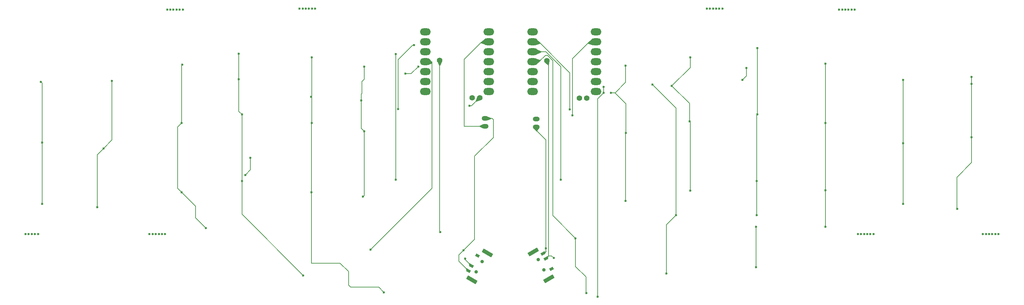
<source format=gbr>
%TF.GenerationSoftware,KiCad,Pcbnew,8.0.7*%
%TF.CreationDate,2025-01-03T21:23:36+01:00*%
%TF.ProjectId,_autosave-corne-xiao,5f617574-6f73-4617-9665-2d636f726e65,1.1*%
%TF.SameCoordinates,Original*%
%TF.FileFunction,Copper,L2,Bot*%
%TF.FilePolarity,Positive*%
%FSLAX46Y46*%
G04 Gerber Fmt 4.6, Leading zero omitted, Abs format (unit mm)*
G04 Created by KiCad (PCBNEW 8.0.7) date 2025-01-03 21:23:36*
%MOMM*%
%LPD*%
G01*
G04 APERTURE LIST*
G04 Aperture macros list*
%AMRotRect*
0 Rectangle, with rotation*
0 The origin of the aperture is its center*
0 $1 length*
0 $2 width*
0 $3 Rotation angle, in degrees counterclockwise*
0 Add horizontal line*
21,1,$1,$2,0,0,$3*%
G04 Aperture macros list end*
%TA.AperFunction,ComponentPad*%
%ADD10O,2.750000X1.800000*%
%TD*%
%TA.AperFunction,ComponentPad*%
%ADD11C,1.397000*%
%TD*%
%TA.AperFunction,WasherPad*%
%ADD12C,0.900000*%
%TD*%
%TA.AperFunction,SMDPad,CuDef*%
%ADD13RotRect,0.700000X1.000000X60.000000*%
%TD*%
%TA.AperFunction,SMDPad,CuDef*%
%ADD14RotRect,2.800000X1.000000X150.000000*%
%TD*%
%TA.AperFunction,ComponentPad*%
%ADD15O,1.750000X1.200000*%
%TD*%
%TA.AperFunction,SMDPad,CuDef*%
%ADD16RotRect,0.700000X1.000000X300.000000*%
%TD*%
%TA.AperFunction,SMDPad,CuDef*%
%ADD17RotRect,2.800000X1.000000X30.000000*%
%TD*%
%TA.AperFunction,ViaPad*%
%ADD18C,0.600000*%
%TD*%
%TA.AperFunction,Conductor*%
%ADD19C,0.200000*%
%TD*%
G04 APERTURE END LIST*
D10*
%TO.P,U1,1,A2/0.02_H*%
%TO.N,ROW0_L*%
X-38875200Y63723100D03*
%TO.P,U1,2,A4/0.03_H*%
%TO.N,ROW1_L*%
X-38875200Y61183100D03*
%TO.P,U1,3,A10/0.28*%
%TO.N,ROW2_L*%
X-38875200Y58643100D03*
%TO.P,U1,4,A11/0.29*%
%TO.N,ROW3_L*%
X-38875200Y56103100D03*
%TO.P,U1,5,A8_SDA/0.04_H*%
%TO.N,SDA_L*%
X-38875200Y53563100D03*
%TO.P,U1,6,A9_SCL/0.05_H*%
%TO.N,SCL_L*%
X-38875200Y51023100D03*
%TO.P,U1,7,B8_TX/1.11*%
%TO.N,COL0_L*%
X-38875200Y48483100D03*
%TO.P,U1,8,B9_RX/1.12*%
%TO.N,COL4_L*%
X-22685200Y48483100D03*
%TO.P,U1,9,A7_SCK/1.13*%
%TO.N,COL3_L*%
X-22685200Y51023100D03*
%TO.P,U1,10,A5_MISO/1.14*%
%TO.N,COL2_L*%
X-22685200Y53563100D03*
%TO.P,U1,11,A6_MOSI/1.15*%
%TO.N,COL1_L*%
X-22685200Y56103100D03*
%TO.P,U1,12,3V3*%
%TO.N,VCC*%
X-22685200Y58643100D03*
%TO.P,U1,13,GND*%
%TO.N,GND*%
X-22685200Y61183100D03*
%TO.P,U1,14,5V*%
%TO.N,unconnected-(U1-5V-Pad14)*%
X-22685200Y63723100D03*
D11*
%TO.P,U1,15,BAT*%
%TO.N,BAT+_L*%
X-35225200Y56420100D03*
%TO.P,U1,16,NFC1/0.09_H*%
%TO.N,CS_L*%
X-26919400Y46857500D03*
%TO.P,U1,17,NFC2/0.10_H*%
%TO.N,COL5_L*%
X-25014400Y46857500D03*
%TD*%
D10*
%TO.P,U2,1,A2/0.02_H*%
%TO.N,ROW0_R*%
X-11580200Y63643100D03*
%TO.P,U2,2,A4/0.03_H*%
%TO.N,ROW1_R*%
X-11580200Y61103100D03*
%TO.P,U2,3,A10/0.28*%
%TO.N,ROW2_R*%
X-11580200Y58563100D03*
%TO.P,U2,4,A11/0.29*%
%TO.N,ROW3_R*%
X-11580200Y56023100D03*
%TO.P,U2,5,A8_SDA/0.04_H*%
%TO.N,SDA_R*%
X-11580200Y53483100D03*
%TO.P,U2,6,A9_SCL/0.05_H*%
%TO.N,SCL_R*%
X-11580200Y50943100D03*
%TO.P,U2,7,B8_TX/1.11*%
%TO.N,COL0_R*%
X-11580200Y48403100D03*
%TO.P,U2,8,B9_RX/1.12*%
%TO.N,COL4_R*%
X4609800Y48403100D03*
%TO.P,U2,9,A7_SCK/1.13*%
%TO.N,COL3_R*%
X4609800Y50943100D03*
%TO.P,U2,10,A5_MISO/1.14*%
%TO.N,COL2_R*%
X4609800Y53483100D03*
%TO.P,U2,11,A6_MOSI/1.15*%
%TO.N,COL1_R*%
X4609800Y56023100D03*
%TO.P,U2,12,3V3*%
%TO.N,VCCQ*%
X4609800Y58563100D03*
%TO.P,U2,13,GND*%
%TO.N,GND1*%
X4609800Y61103100D03*
%TO.P,U2,14,5V*%
%TO.N,unconnected-(U2-5V-Pad14)*%
X4609800Y63643100D03*
D11*
%TO.P,U2,15,BAT*%
%TO.N,BAT+_R*%
X-7930200Y56340100D03*
%TO.P,U2,16,NFC1/0.09_H*%
%TO.N,CS_R*%
X375600Y46777500D03*
%TO.P,U2,17,NFC2/0.10_H*%
%TO.N,COL5_R*%
X2280600Y46777500D03*
%TD*%
D12*
%TO.P,PSW1,*%
%TO.N,*%
X-24408634Y4971633D03*
X-25951936Y2398557D03*
D13*
%TO.P,PSW1,1,A*%
%TO.N,unconnected-(PSW1-A-Pad1)*%
X-25635781Y6546152D03*
%TO.P,PSW1,2,B*%
%TO.N,BAT+_L*%
X-27135781Y3948076D03*
%TO.P,PSW1,3,C*%
%TO.N,VBAT_L*%
X-27885781Y2649038D03*
D14*
%TO.P,PSW1,NC*%
%TO.N,N/C*%
X-27040333Y313397D03*
X-23065333Y7198299D03*
%TD*%
D15*
%TO.P,B2,1,Pin_1*%
%TO.N,VBAT_R*%
X-10604500Y39410000D03*
%TO.P,B2,2,Pin_2*%
%TO.N,GND1*%
X-10604500Y41410000D03*
%TD*%
%TO.P,B1,1,Pin_1*%
%TO.N,VBAT_L*%
X-23614500Y41550000D03*
%TO.P,B1,2,Pin_2*%
%TO.N,GND*%
X-23614500Y39550000D03*
%TD*%
D12*
%TO.P,PSW2,*%
%TO.N,*%
X-8670366Y2878367D03*
X-10127064Y5501443D03*
D16*
%TO.P,PSW2,1,A*%
%TO.N,unconnected-(PSW2-A-Pad1)*%
X-6693219Y3153848D03*
%TO.P,PSW2,2,B*%
%TO.N,BAT+_R*%
X-8193219Y5751924D03*
%TO.P,PSW2,3,C*%
%TO.N,VBAT_R*%
X-8943219Y7050962D03*
D17*
%TO.P,PSW2,NC*%
%TO.N,N/C*%
X-11388667Y7486603D03*
X-7413667Y601701D03*
%TD*%
D18*
%TO.N,*%
X70604250Y69384375D03*
X32885500Y69650000D03*
X-66989500Y69650000D03*
X-104708250Y69384375D03*
X-140833250Y12009375D03*
X-140036375Y12009375D03*
X-139239500Y12009375D03*
X-138442625Y12009375D03*
X-137645750Y12009375D03*
X-109223875Y12009375D03*
X-108427000Y12009375D03*
X-107630125Y12009375D03*
X-106833250Y12009375D03*
X-106036375Y12009375D03*
X-105239500Y12009375D03*
X71401125Y12009375D03*
X72198000Y12009375D03*
X72994875Y12009375D03*
X73791750Y12009375D03*
X74588625Y12009375D03*
X75385500Y12009375D03*
X103276125Y12009375D03*
X104073000Y12009375D03*
X104869875Y12009375D03*
X105666750Y12009375D03*
X106463625Y12009375D03*
X107260500Y12009375D03*
X69807375Y69384375D03*
X69010500Y69384375D03*
X68213625Y69384375D03*
X67416750Y69384375D03*
X66619875Y69384375D03*
X36869875Y69650000D03*
X36073000Y69650000D03*
X35276125Y69650000D03*
X34479250Y69650000D03*
X33682375Y69650000D03*
X-67786375Y69650000D03*
X-68583250Y69650000D03*
X-69380125Y69650000D03*
X-70177000Y69650000D03*
X-70973875Y69650000D03*
X-100723875Y69384375D03*
X-101520750Y69384375D03*
X-102317625Y69384375D03*
X-103114500Y69384375D03*
X-103911375Y69384375D03*
%TO.N,VBAT_L*%
X-29137938Y7892188D03*
%TO.N,VBAT_R*%
X-8169500Y8415700D03*
%TO.N,GND1*%
X-1375500Y42336700D03*
%TO.N,ROW1_L*%
X-45815500Y43995000D03*
X-41755125Y60263900D03*
%TO.N,ROW2_L*%
X-46442500Y25900000D03*
X-46442500Y58027800D03*
X-84786375Y27150000D03*
X-83491200Y31552500D03*
%TO.N,ROW3_L*%
X-52898500Y8018900D03*
%TO.N,ROW1_R*%
X-2025500Y43884375D03*
%TO.N,ROW2_R*%
X-4320500Y25950000D03*
%TO.N,ROW3_R*%
X-583250Y10946875D03*
X2194500Y-3039100D03*
%TO.N,BAT+_L*%
X-35114500Y12540625D03*
X-28739500Y5751000D03*
%TO.N,BAT+_R*%
X-6161375Y5900000D03*
%TO.N,COL0_L*%
X-136923700Y50937600D03*
X-136638100Y35384375D03*
X-136638100Y19776700D03*
%TO.N,COL1_L*%
X-118800200Y51123300D03*
X-120944600Y33916300D03*
X-40692625Y54833100D03*
X-43957500Y52984000D03*
X-122574100Y18882400D03*
%TO.N,COL2_L*%
X-94880125Y13603125D03*
X-101078000Y40377600D03*
X-100903500Y55260600D03*
X-101078000Y22727400D03*
%TO.N,COL3_L*%
X-86438000Y51569300D03*
X-85641700Y42575100D03*
X-85641700Y25575000D03*
X-70011000Y1478800D03*
X-86438000Y58061600D03*
%TO.N,COL4_L*%
X-68000500Y47048500D03*
X-67809600Y40377600D03*
X-67949000Y22727400D03*
X-49458250Y-2865625D03*
X-67809600Y57199100D03*
%TO.N,COL5_L*%
X-55229500Y46149200D03*
X-54770750Y21571875D03*
X-54505125Y38306250D03*
X-54505125Y54760300D03*
X-27614500Y44783700D03*
%TO.N,COL0_R*%
X96763500Y18495200D03*
X100413500Y52144400D03*
X100413500Y50431700D03*
X100413500Y36781700D03*
%TO.N,COL1_R*%
X82916500Y51379800D03*
X82916500Y35210000D03*
X82916500Y19781700D03*
%TO.N,COL2_R*%
X43010500Y54422600D03*
X63145500Y23205000D03*
X63145500Y13902300D03*
X45398500Y13902300D03*
X45398500Y3580000D03*
X63166750Y55571875D03*
X63145500Y40377600D03*
X41931500Y51377500D03*
%TO.N,COL3_R*%
X45571500Y16844000D03*
X45571500Y25580000D03*
X45763500Y42620200D03*
X19019500Y50221300D03*
X25016500Y16844000D03*
X45773500Y59525100D03*
X22587500Y1931600D03*
%TO.N,COL4_R*%
X28638100Y23140800D03*
X23968500Y49849400D03*
X6556500Y49594600D03*
X5011500Y-3926100D03*
X28462500Y40816700D03*
X6588625Y48134375D03*
X28638500Y57140800D03*
%TO.N,COL5_R*%
X12269500Y37830000D03*
X8448000Y48134375D03*
X12154500Y20543300D03*
X12151500Y55090100D03*
%TD*%
D19*
%TO.N,GND*%
X-29005125Y39550000D02*
X-23614500Y39550000D01*
X-29005125Y56665270D02*
X-29005125Y39550000D01*
X-24487295Y61183100D02*
X-29005125Y56665270D01*
X-23160200Y61183100D02*
X-24487295Y61183100D01*
%TO.N,VBAT_L*%
X-23614500Y41550000D02*
X-21889500Y41550000D01*
X-30333250Y6696875D02*
X-30333250Y5096507D01*
X-30333250Y5096507D02*
X-27885781Y2649038D01*
X-29137938Y7892187D02*
X-30333250Y6696875D01*
X-21567625Y36712500D02*
X-26348875Y31931250D01*
X-26348875Y31931250D02*
X-26348875Y10681250D01*
X-29137937Y7892188D02*
X-29137938Y7892188D01*
X-29137938Y7892188D02*
X-29137938Y7892187D01*
X-21889500Y41550000D02*
X-21567625Y41228125D01*
X-21567625Y41228125D02*
X-21567625Y36712500D01*
X-26348875Y10681250D02*
X-29137937Y7892188D01*
%TO.N,VBAT_R*%
X-8169500Y8415700D02*
X-8169500Y36073300D01*
X-8097700Y7539200D02*
X-8169500Y7611000D01*
X-8943200Y7051000D02*
X-8097700Y7539200D01*
X-10604500Y39410000D02*
X-10604500Y38508300D01*
X-8169500Y7611000D02*
X-8169500Y8415700D01*
X-8169500Y36073300D02*
X-10604500Y38508300D01*
%TO.N,GND1*%
X-1375500Y42336700D02*
X-1375500Y56794500D01*
X4134800Y61103100D02*
X2933100Y61103100D01*
X-1375500Y56794500D02*
X2933100Y61103100D01*
%TO.N,ROW1_L*%
X-45815500Y56558375D02*
X-45815500Y43995000D01*
X-42109975Y60263900D02*
X-45815500Y56558375D01*
X-41755125Y60263900D02*
X-42109975Y60263900D01*
%TO.N,ROW2_L*%
X-84786375Y27150000D02*
X-83491200Y28445175D01*
X-46442500Y58027800D02*
X-46442500Y25900000D01*
X-83491200Y28445175D02*
X-83491200Y31552500D01*
%TO.N,ROW3_L*%
X-37198500Y23718900D02*
X-52898500Y8018900D01*
X-37198500Y56103100D02*
X-37198500Y23718900D01*
X-38400200Y56103100D02*
X-37198500Y56103100D01*
%TO.N,ROW1_R*%
X-9903500Y61103100D02*
X-11105200Y61103100D01*
X-2025500Y43884375D02*
X-2025500Y53225100D01*
X-2025500Y53225100D02*
X-9903500Y61103100D01*
%TO.N,ROW2_R*%
X-4320500Y25950000D02*
X-4320500Y54762900D01*
X-4320500Y54762900D02*
X-8120700Y58563100D01*
X-8120700Y58563100D02*
X-11105200Y58563100D01*
%TO.N,ROW3_R*%
X-8283300Y57643300D02*
X-9903500Y56023100D01*
X-583250Y10946875D02*
X-583250Y3775000D01*
X-583250Y3775000D02*
X2073000Y1118750D01*
X-6408100Y56282500D02*
X-7768900Y57643300D01*
X2073000Y-2917600D02*
X2194500Y-3039100D01*
X-7768900Y57643300D02*
X-8283300Y57643300D01*
X2073000Y1118750D02*
X2073000Y-2917600D01*
X-583250Y10946875D02*
X-6408100Y16771725D01*
X-9903500Y56023100D02*
X-11105200Y56023100D01*
X-6408100Y16771725D02*
X-6408100Y56282500D01*
%TO.N,BAT+_L*%
X-35114500Y12540625D02*
X-35225200Y12651325D01*
X-28739500Y5751000D02*
X-28739500Y5551800D01*
X-28739500Y5551800D02*
X-27135800Y3948100D01*
X-35225200Y12651325D02*
X-35225200Y56420100D01*
%TO.N,BAT+_R*%
X-7505500Y55915400D02*
X-7505500Y6439643D01*
X-6161375Y5900000D02*
X-6701018Y6439643D01*
X-7505500Y6439643D02*
X-8193219Y5751924D01*
X-7930200Y56340100D02*
X-7505500Y55915400D01*
X-6701018Y6439643D02*
X-7505500Y6439643D01*
%TO.N,COL0_L*%
X-136638100Y19776700D02*
X-136638100Y35384375D01*
X-136638100Y50652000D02*
X-136923700Y50937600D01*
X-136638100Y35384375D02*
X-136638100Y50652000D01*
%TO.N,COL1_L*%
X-42541725Y52984000D02*
X-43957500Y52984000D01*
X-122574100Y18882400D02*
X-122574100Y32286800D01*
X-120944600Y33916300D02*
X-118800200Y36060700D01*
X-122574100Y32286800D02*
X-120944600Y33916300D01*
X-40692625Y54833100D02*
X-42541725Y52984000D01*
X-118800200Y46261000D02*
X-118800200Y51123300D01*
X-118800200Y36060700D02*
X-118800200Y46261000D01*
%TO.N,COL2_L*%
X-101078000Y55086100D02*
X-100903500Y55260600D01*
X-101078000Y40377600D02*
X-101078000Y55086100D01*
X-102045700Y39409900D02*
X-101078000Y40377600D01*
X-97502400Y19151800D02*
X-101078000Y22727400D01*
X-101078000Y22727400D02*
X-102045700Y23695100D01*
X-102045700Y23695100D02*
X-102045700Y39409900D01*
X-94880125Y13603125D02*
X-97502400Y16225400D01*
X-97502400Y16225400D02*
X-97502400Y19151800D01*
%TO.N,COL3_L*%
X-85641700Y42575100D02*
X-86438000Y43371400D01*
X-85641700Y25575000D02*
X-85641700Y42575100D01*
X-86438000Y51569300D02*
X-86438000Y58061600D01*
X-70011000Y1478800D02*
X-85641700Y17109500D01*
X-86438000Y43371400D02*
X-86438000Y51569300D01*
X-85641700Y17109500D02*
X-85641700Y25575000D01*
%TO.N,COL4_L*%
X-57692625Y-1537500D02*
X-50786375Y-1537500D01*
X-68000500Y47048500D02*
X-67809600Y46857600D01*
X-57958250Y-1537500D02*
X-57692625Y-1537500D01*
X-60614500Y4571875D02*
X-58489500Y2446875D01*
X-67809600Y47239400D02*
X-68000500Y47048500D01*
X-58489500Y-1006250D02*
X-57958250Y-1537500D01*
X-67809600Y57199100D02*
X-67809600Y47239400D01*
X-67809600Y46857600D02*
X-67809600Y40377600D01*
X-67949000Y40238200D02*
X-67809600Y40377600D01*
X-67949000Y4571875D02*
X-60614500Y4571875D01*
X-67949000Y4571875D02*
X-67949000Y22727400D01*
X-58489500Y2446875D02*
X-58489500Y-1006250D01*
X-67949000Y22727400D02*
X-67949000Y40238200D01*
X-50786375Y-1537500D02*
X-49458250Y-2865625D01*
%TO.N,COL5_L*%
X-54505125Y54760300D02*
X-54505125Y51587500D01*
X-54505125Y51587500D02*
X-55100500Y50992125D01*
X-27088200Y44783700D02*
X-25014400Y46857500D01*
X-55229500Y39030625D02*
X-54505125Y38306250D01*
X-54505125Y21837500D02*
X-54770750Y21571875D01*
X-55100500Y47937300D02*
X-55229500Y47808300D01*
X-55229500Y47808300D02*
X-55229500Y46149200D01*
X-55100500Y50992125D02*
X-55100500Y47937300D01*
X-27614500Y44783700D02*
X-27088200Y44783700D01*
X-55229500Y46149200D02*
X-55229500Y39030625D01*
X-54505125Y38306250D02*
X-54505125Y21837500D01*
%TO.N,COL0_R*%
X100413500Y50431700D02*
X100413500Y52144400D01*
X96635500Y26543600D02*
X100413500Y30321600D01*
X96763500Y18495200D02*
X96635500Y18623200D01*
X100413500Y50431700D02*
X100413500Y45327100D01*
X100413500Y45327100D02*
X100413500Y36781700D01*
X96635500Y18623200D02*
X96635500Y26543600D01*
X100413500Y30321600D02*
X100413500Y36781700D01*
%TO.N,COL1_R*%
X82916500Y19781700D02*
X82916500Y35210000D01*
X82916500Y51379800D02*
X82916500Y35210000D01*
%TO.N,COL2_R*%
X63145500Y23205000D02*
X63145500Y40377600D01*
X63166750Y55571875D02*
X63145500Y55550625D01*
X63145500Y55550625D02*
X63145500Y40377600D01*
X41931500Y51377500D02*
X43010500Y52456500D01*
X43010500Y52456500D02*
X43010500Y54422600D01*
X63145500Y13902300D02*
X63145500Y23205000D01*
X45398500Y13902300D02*
X45398500Y3580000D01*
%TO.N,COL3_R*%
X25016500Y44224300D02*
X25016500Y16844000D01*
X22587500Y14415000D02*
X22587500Y1931600D01*
X45571500Y16844000D02*
X45571500Y25580000D01*
X19019500Y50221300D02*
X25016500Y44224300D01*
X45571500Y42428200D02*
X45571500Y25580000D01*
X45763500Y42620200D02*
X45773500Y42630200D01*
X25016500Y16844000D02*
X22587500Y14415000D01*
X45773500Y42630200D02*
X45773500Y59525100D01*
X45763500Y42620200D02*
X45571500Y42428200D01*
%TO.N,COL4_R*%
X28462500Y40816700D02*
X28462500Y45355400D01*
X23968500Y49849400D02*
X28638500Y54519400D01*
X6556500Y48166500D02*
X6588625Y48134375D01*
X5011500Y46557250D02*
X5011500Y-3926100D01*
X28462500Y40816700D02*
X28638100Y40641100D01*
X28638500Y54519400D02*
X28638500Y57140800D01*
X6588625Y48134375D02*
X5011500Y46557250D01*
X28462500Y45355400D02*
X23968500Y49849400D01*
X6556500Y49594600D02*
X6556500Y48166500D01*
X28638100Y40641100D02*
X28638100Y23140800D01*
%TO.N,COL5_R*%
X8448000Y48134375D02*
X9474500Y48134375D01*
X9510500Y48134375D02*
X12151500Y50775375D01*
X12151500Y50775375D02*
X12151500Y55090100D01*
X9474500Y48077100D02*
X12269500Y45282100D01*
X12269500Y37830000D02*
X12154500Y37715000D01*
X9474500Y48134375D02*
X9510500Y48134375D01*
X9474500Y48077100D02*
X9474500Y48134375D01*
X12269500Y45282100D02*
X12269500Y37830000D01*
X12154500Y37715000D02*
X12154500Y20543300D01*
%TD*%
%TA.AperFunction,Conductor*%
%TO.N,BAT+_L*%
G36*
X-34591292Y56157545D02*
G01*
X-34584970Y56151206D01*
X-34584982Y56142251D01*
X-34585248Y56141657D01*
X-35122007Y55029714D01*
X-35128690Y55023753D01*
X-35132544Y55023100D01*
X-35317856Y55023100D01*
X-35326129Y55026527D01*
X-35328393Y55029714D01*
X-35865153Y56141657D01*
X-35865663Y56150597D01*
X-35859702Y56157280D01*
X-35859145Y56157530D01*
X-35229691Y56419234D01*
X-35220739Y56419245D01*
X-34591292Y56157545D01*
G37*
%TD.AperFunction*%
%TD*%
%TA.AperFunction,Conductor*%
%TO.N,ROW2_R*%
G36*
X-10595948Y59306753D02*
G01*
X-9328915Y58666346D01*
X-9323077Y58659556D01*
X-9322493Y58655904D01*
X-9322493Y58470297D01*
X-9325920Y58462024D01*
X-9328915Y58459855D01*
X-10595948Y57819448D01*
X-10604878Y57818774D01*
X-10610948Y57823381D01*
X-11101844Y58556593D01*
X-11103598Y58565372D01*
X-11101845Y58569606D01*
X-10610946Y59302822D01*
X-10603498Y59307788D01*
X-10595948Y59306753D01*
G37*
%TD.AperFunction*%
%TD*%
%TA.AperFunction,Conductor*%
%TO.N,ROW1_R*%
G36*
X-10596551Y61843292D02*
G01*
X-10595143Y61842184D01*
X-9430934Y60771236D01*
X-9427165Y60763113D01*
X-9430244Y60754704D01*
X-9430582Y60754352D01*
X-9561266Y60623668D01*
X-9566243Y60620715D01*
X-10917352Y60223996D01*
X-10926255Y60224953D01*
X-10931874Y60231926D01*
X-10932118Y60232915D01*
X-11104957Y61099045D01*
X-11103215Y61107827D01*
X-10612783Y61840083D01*
X-10605332Y61845049D01*
X-10596551Y61843292D01*
G37*
%TD.AperFunction*%
%TD*%
%TA.AperFunction,Conductor*%
%TO.N,VBAT_R*%
G36*
X-8263124Y7563196D02*
G01*
X-8255221Y7558987D01*
X-8254121Y7557400D01*
X-8160136Y7394630D01*
X-8158967Y7385752D01*
X-8159618Y7383936D01*
X-8331803Y7005410D01*
X-8338348Y6999298D01*
X-8343460Y6998597D01*
X-8927400Y7049022D01*
X-8935347Y7053148D01*
X-8938050Y7061686D01*
X-8936993Y7065629D01*
X-8688707Y7596586D01*
X-8682099Y7602628D01*
X-8676984Y7603275D01*
X-8263124Y7563196D01*
G37*
%TD.AperFunction*%
%TD*%
%TA.AperFunction,Conductor*%
%TO.N,ROW3_R*%
G36*
X-10917352Y56902205D02*
G01*
X-10679690Y56832422D01*
X-9566242Y56505486D01*
X-9561266Y56502533D01*
X-9430582Y56371849D01*
X-9427155Y56363576D01*
X-9430582Y56355303D01*
X-9430934Y56354965D01*
X-10595141Y55284019D01*
X-10603550Y55280940D01*
X-10611673Y55284709D01*
X-10612783Y55286119D01*
X-11103204Y56018357D01*
X-11104961Y56027136D01*
X-10932121Y56893272D01*
X-10927142Y56900711D01*
X-10918358Y56902453D01*
X-10917352Y56902205D01*
G37*
%TD.AperFunction*%
%TD*%
%TA.AperFunction,Conductor*%
%TO.N,COL5_L*%
G36*
X-25648322Y47120096D02*
G01*
X-25018190Y46860063D01*
X-25011850Y46853740D01*
X-25011838Y46853711D01*
X-24751815Y46223606D01*
X-24751827Y46214651D01*
X-24758167Y46208328D01*
X-24758776Y46208096D01*
X-25924584Y45801382D01*
X-25933524Y45801892D01*
X-25936711Y45804156D01*
X-26067745Y45935190D01*
X-26071172Y45943463D01*
X-26070519Y45947317D01*
X-25978120Y46212170D01*
X-25663805Y47113127D01*
X-25657844Y47119808D01*
X-25648904Y47120318D01*
X-25648322Y47120096D01*
G37*
%TD.AperFunction*%
%TD*%
%TA.AperFunction,Conductor*%
%TO.N,GND1*%
G36*
X3641272Y61841492D02*
G01*
X3642382Y61840082D01*
X4132803Y61107844D01*
X4134560Y61099063D01*
X4134556Y61099043D01*
X3961721Y60232932D01*
X3956741Y60225490D01*
X3947957Y60223748D01*
X3946951Y60223996D01*
X2595842Y60620715D01*
X2590865Y60623668D01*
X2460181Y60754352D01*
X2456754Y60762625D01*
X2460181Y60770898D01*
X2460505Y60771210D01*
X3624742Y61842183D01*
X3633149Y61845261D01*
X3641272Y61841492D01*
G37*
%TD.AperFunction*%
%TD*%
%TA.AperFunction,Conductor*%
%TO.N,GND*%
G36*
X-23653715Y61921623D02*
G01*
X-23653043Y61920718D01*
X-23162197Y61187844D01*
X-23160440Y61179063D01*
X-23160444Y61179043D01*
X-23333149Y60313583D01*
X-23338129Y60306141D01*
X-23346913Y60304399D01*
X-23348480Y60304827D01*
X-24736226Y60789342D01*
X-24740642Y60792115D01*
X-24871038Y60922511D01*
X-24874465Y60930784D01*
X-24871038Y60939057D01*
X-24870181Y60939833D01*
X-24578290Y61179043D01*
X-23670178Y61923257D01*
X-23661609Y61925850D01*
X-23653715Y61921623D01*
G37*
%TD.AperFunction*%
%TD*%
%TA.AperFunction,Conductor*%
%TO.N,BAT+_R*%
G36*
X-7644654Y6430385D02*
G01*
X-7513831Y6299562D01*
X-7510404Y6291289D01*
X-7510835Y6288141D01*
X-7643863Y5811876D01*
X-7649389Y5804830D01*
X-7654007Y5803378D01*
X-8173527Y5753188D01*
X-8182091Y5755804D01*
X-8186298Y5763709D01*
X-8185253Y5769784D01*
X-7937020Y6301152D01*
X-7931317Y6306824D01*
X-7657820Y6432741D01*
X-7648872Y6433087D01*
X-7644654Y6430385D01*
G37*
%TD.AperFunction*%
%TD*%
%TA.AperFunction,Conductor*%
%TO.N,BAT+_R*%
G36*
X-7245137Y56340120D02*
G01*
X-7236870Y56336681D01*
X-7233455Y56328403D01*
X-7233568Y56326794D01*
X-7404086Y55111513D01*
X-7408630Y55103797D01*
X-7415673Y55101439D01*
X-7600975Y55101439D01*
X-7608848Y55104485D01*
X-8415050Y55837940D01*
X-8418864Y55846042D01*
X-8415831Y55854467D01*
X-8415459Y55854859D01*
X-7933633Y56337661D01*
X-7925369Y56341094D01*
X-7245137Y56340120D01*
G37*
%TD.AperFunction*%
%TD*%
%TA.AperFunction,Conductor*%
%TO.N,ROW3_L*%
G36*
X-37646576Y56592586D02*
G01*
X-37645895Y56591426D01*
X-37107218Y55539124D01*
X-37106499Y55530198D01*
X-37112302Y55523378D01*
X-37117633Y55522093D01*
X-37298501Y55522093D01*
X-38212088Y55224476D01*
X-38221016Y55225172D01*
X-38226837Y55231977D01*
X-38227188Y55233321D01*
X-38284563Y55522093D01*
X-38398676Y56096429D01*
X-38396927Y56105209D01*
X-38393693Y56108440D01*
X-37662800Y56595830D01*
X-37654017Y56597568D01*
X-37646576Y56592586D01*
G37*
%TD.AperFunction*%
%TD*%
%TA.AperFunction,Conductor*%
%TO.N,GND*%
G36*
X-24217151Y40044223D02*
G01*
X-23624558Y39559053D01*
X-23620328Y39551160D01*
X-23622917Y39542588D01*
X-23624558Y39540947D01*
X-24217151Y39055778D01*
X-24225723Y39053189D01*
X-24229509Y39054228D01*
X-25071217Y39446850D01*
X-25077266Y39453453D01*
X-25077971Y39457453D01*
X-25077971Y39642548D01*
X-25074544Y39650821D01*
X-25071220Y39653150D01*
X-24229507Y40045774D01*
X-24220563Y40046165D01*
X-24217151Y40044223D01*
G37*
%TD.AperFunction*%
%TD*%
%TA.AperFunction,Conductor*%
%TO.N,BAT+_L*%
G36*
X-27671179Y4628895D02*
G01*
X-27397686Y4502977D01*
X-27391980Y4497302D01*
X-27143749Y3965938D01*
X-27143352Y3956992D01*
X-27149397Y3950386D01*
X-27155474Y3949340D01*
X-27674994Y3999531D01*
X-27682899Y4003738D01*
X-27685138Y4008030D01*
X-27818164Y4484297D01*
X-27817089Y4493187D01*
X-27815172Y4495713D01*
X-27684344Y4626541D01*
X-27676072Y4629967D01*
X-27671179Y4628895D01*
G37*
%TD.AperFunction*%
%TD*%
%TA.AperFunction,Conductor*%
%TO.N,VBAT_R*%
G36*
X-10597103Y39405795D02*
G01*
X-9925287Y38998616D01*
X-9919988Y38991397D01*
X-9921345Y38982546D01*
X-9921557Y38982210D01*
X-10322197Y38369097D01*
X-10323718Y38367224D01*
X-10456044Y38234898D01*
X-10464317Y38231471D01*
X-10472554Y38234861D01*
X-11105045Y38861801D01*
X-11108508Y38870059D01*
X-11105337Y38878120D01*
X-10611695Y39403799D01*
X-10603535Y39407483D01*
X-10597103Y39405795D01*
G37*
%TD.AperFunction*%
%TD*%
%TA.AperFunction,Conductor*%
%TO.N,VBAT_L*%
G36*
X-28421181Y3329854D02*
G01*
X-28367662Y3305215D01*
X-28147686Y3203939D01*
X-28141980Y3198264D01*
X-27893749Y2666900D01*
X-27893352Y2657954D01*
X-27899397Y2651348D01*
X-27905474Y2650302D01*
X-28424995Y2700492D01*
X-28432900Y2704699D01*
X-28435139Y2708991D01*
X-28568166Y3185256D01*
X-28567091Y3194146D01*
X-28565174Y3196672D01*
X-28434346Y3327500D01*
X-28426074Y3330926D01*
X-28421181Y3329854D01*
G37*
%TD.AperFunction*%
%TD*%
%TA.AperFunction,Conductor*%
%TO.N,VBAT_L*%
G36*
X-22999495Y42045774D02*
G01*
X-22157783Y41653151D01*
X-22151734Y41646548D01*
X-22151029Y41642548D01*
X-22151029Y41457453D01*
X-22154456Y41449180D01*
X-22157783Y41446850D01*
X-22999492Y41054228D01*
X-23008438Y41053836D01*
X-23011850Y41055778D01*
X-23492357Y41449180D01*
X-23604444Y41540948D01*
X-23608673Y41548840D01*
X-23606084Y41557412D01*
X-23604443Y41559053D01*
X-23011848Y42044224D01*
X-23003278Y42046812D01*
X-22999495Y42045774D01*
G37*
%TD.AperFunction*%
%TD*%
M02*

</source>
